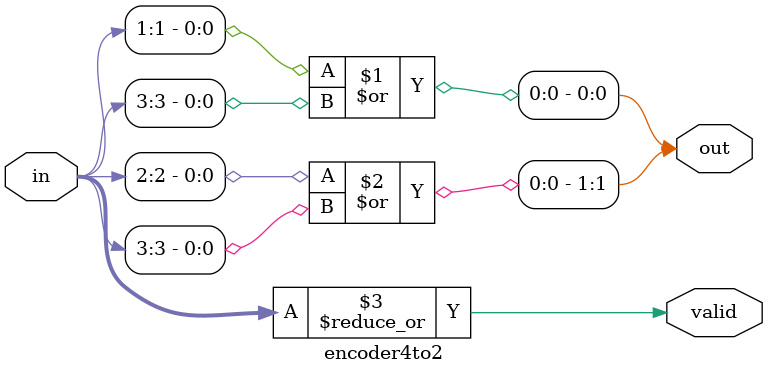
<source format=v>
module encoder4to2(
    input [3:0] in,
    output [1:0] out,
    output valid
);
    assign out[0] = in[1] | in[3];
    assign out[1] = in[2] | in[3];
    assign valid = |in;
endmodule

</source>
